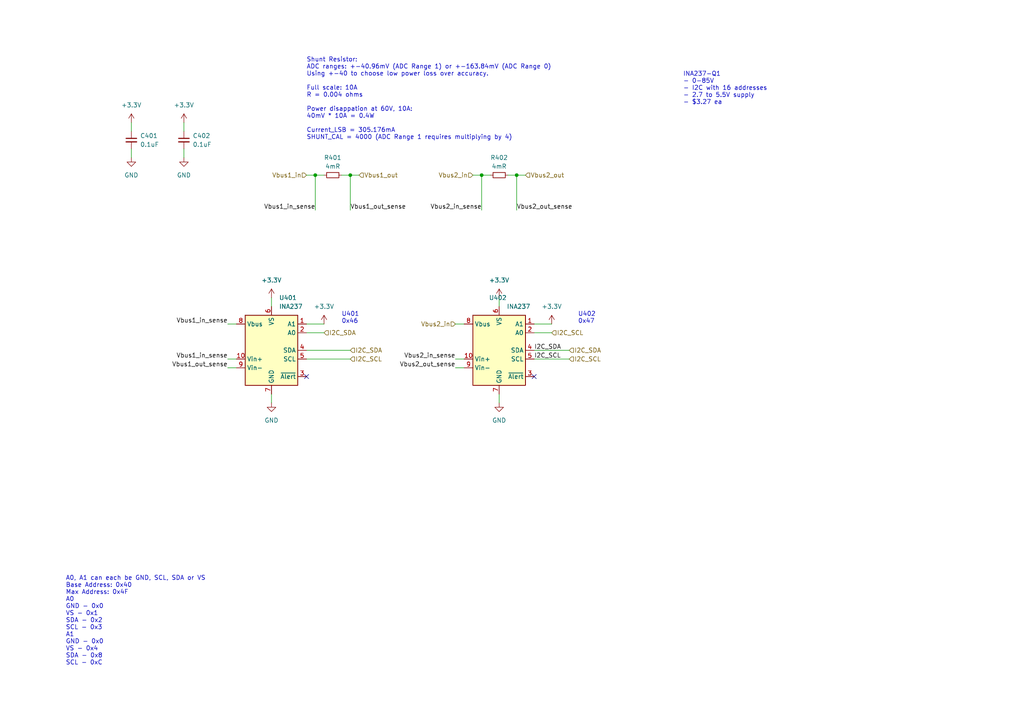
<source format=kicad_sch>
(kicad_sch (version 20231120) (generator "eeschema") (generator_version "8.0")
  (paper "A4")
  (lib_symbols
    (symbol "BVH_Power:INA237"
      (property "Reference" "U" (at -6.35 11.43 0))
      (property "Value" "INA237" (at 3.81 11.43 0))
      (symbol "INA237_0_1"
        (rectangle (start 7.62 10.16) (end -7.62 -10.16) (stroke (width 0.254)) (fill (type background)))
      )
      (symbol "INA237_1_1"
        (pin input line (at 10.16 7.62 180) (length 2.54) (name "A1") (number "1"))
        (pin input line (at -10.16 -2.54 0) (length 2.54) (name "Vin+") (number "10"))
        (pin input line (at 10.16 5.08 180) (length 2.54) (name "A0") (number "2"))
        (pin open_collector line (at 10.16 -7.62 180) (length 2.54) (name "~{Alert}") (number "3"))
        (pin bidirectional line (at 10.16 0 180) (length 2.54) (name "SDA") (number "4"))
        (pin input line (at 10.16 -2.54 180) (length 2.54) (name "SCL") (number "5"))
        (pin power_in line (at 0 12.7 270) (length 2.54) (name "VS") (number "6"))
        (pin power_in line (at 0 -12.7 90) (length 2.54) (name "GND") (number "7"))
        (pin input line (at -10.16 7.62 0) (length 2.54) (name "Vbus") (number "8"))
        (pin input line (at -10.16 -5.08 0) (length 2.54) (name "Vin-") (number "9"))
      )
    )
    (symbol "Device:C_Small" (pin_numbers hide) (pin_names (offset 0.254) hide)
      (property "Reference" "C" (at 0.254 1.778 0))
      (property "Value" "C_Small" (at 0.254 -2.032 0))
      (symbol "C_Small_0_1"
        (polyline (pts (xy -1.524 -0.508) (xy 1.524 -0.508)) (stroke (width 0.3302)))
        (polyline (pts (xy -1.524 0.508) (xy 1.524 0.508)) (stroke (width 0.3048)))
      )
      (symbol "C_Small_1_1"
        (pin passive line (at 0 2.54 270) (length 2.032) (name "~") (number "1"))
        (pin passive line (at 0 -2.54 90) (length 2.032) (name "~") (number "2"))
      )
    )
    (symbol "Device:R_Small" (pin_numbers hide) (pin_names (offset 0.254) hide)
      (property "Reference" "R" (at 0.762 0.508 0))
      (property "Value" "R_Small" (at 0.762 -1.016 0))
      (symbol "R_Small_0_1"
        (rectangle (start -0.762 1.778) (end 0.762 -1.778) (stroke (width 0.2032)))
      )
      (symbol "R_Small_1_1"
        (pin passive line (at 0 2.54 270) (length 0.762) (name "~") (number "1"))
        (pin passive line (at 0 -2.54 90) (length 0.762) (name "~") (number "2"))
      )
    )
    (symbol "power:+3.3V" (power) (pin_names (offset 0))
      (property "Value" "+3.3V" (at 0 3.556 0))
      (symbol "+3.3V_0_1"
        (polyline (pts (xy -0.762 1.27) (xy 0 2.54)))
        (polyline (pts (xy 0 0) (xy 0 2.54)))
        (polyline (pts (xy 0 2.54) (xy 0.762 1.27)))
      )
      (symbol "+3.3V_1_1"
        (pin power_in line (at 0 0 90) (length 0) hide (name "+3.3V") (number "1"))
      )
    )
    (symbol "power:GND" (power) (pin_names (offset 0))
      (property "Value" "GND" (at 0 -3.81 0))
      (symbol "GND_0_1"
        (polyline (pts (xy 0 0) (xy 0 -1.27) (xy 1.27 -1.27) (xy 0 -2.54) (xy -1.27 -1.27) (xy 0 -1.27)))
      )
      (symbol "GND_1_1"
        (pin power_in line (at 0 0 270) (length 0) hide (name "GND") (number "1"))
      )
    )
  )
  (junction (at 101.6 50.8))
  (junction (at 91.44 50.8))
  (junction (at 139.7 50.8))
  (junction (at 149.86 50.8))
  (no_connect (at 88.9 109.22))
  (no_connect (at 154.94 109.22))
  (wire (pts (xy 139.7 50.8) (xy 142.24 50.8)))
  (wire (pts (xy 154.94 101.6) (xy 165.1 101.6)))
  (wire (pts (xy 88.9 101.6) (xy 101.6 101.6)))
  (wire (pts (xy 88.9 93.98) (xy 93.98 93.98)))
  (wire (pts (xy 38.1 35.56) (xy 38.1 38.1)))
  (wire (pts (xy 144.78 114.3) (xy 144.78 116.84)))
  (wire (pts (xy 137.16 50.8) (xy 139.7 50.8)))
  (wire (pts (xy 154.94 93.98) (xy 160.02 93.98)))
  (wire (pts (xy 101.6 50.8) (xy 104.14 50.8)))
  (wire (pts (xy 101.6 50.8) (xy 101.6 60.96)))
  (wire (pts (xy 139.7 50.8) (xy 139.7 60.96)))
  (wire (pts (xy 66.04 104.14) (xy 68.58 104.14)))
  (wire (pts (xy 78.74 114.3) (xy 78.74 116.84)))
  (wire (pts (xy 91.44 50.8) (xy 93.98 50.8)))
  (wire (pts (xy 149.86 50.8) (xy 152.4 50.8)))
  (wire (pts (xy 78.74 86.36) (xy 78.74 88.9)))
  (wire (pts (xy 149.86 50.8) (xy 149.86 60.96)))
  (wire (pts (xy 147.32 50.8) (xy 149.86 50.8)))
  (wire (pts (xy 66.04 93.98) (xy 68.58 93.98)))
  (wire (pts (xy 53.34 35.56) (xy 53.34 38.1)))
  (wire (pts (xy 154.94 96.52) (xy 160.02 96.52)))
  (wire (pts (xy 88.9 96.52) (xy 93.98 96.52)))
  (wire (pts (xy 132.08 93.98) (xy 134.62 93.98)))
  (wire (pts (xy 132.08 106.68) (xy 134.62 106.68)))
  (wire (pts (xy 88.9 50.8) (xy 91.44 50.8)))
  (wire (pts (xy 154.94 104.14) (xy 165.1 104.14)))
  (wire (pts (xy 53.34 43.18) (xy 53.34 45.72)))
  (wire (pts (xy 99.06 50.8) (xy 101.6 50.8)))
  (wire (pts (xy 132.08 104.14) (xy 134.62 104.14)))
  (wire (pts (xy 91.44 50.8) (xy 91.44 60.96)))
  (wire (pts (xy 66.04 106.68) (xy 68.58 106.68)))
  (wire (pts (xy 38.1 43.18) (xy 38.1 45.72)))
  (wire (pts (xy 88.9 104.14) (xy 101.6 104.14)))
  (wire (pts (xy 144.78 86.36) (xy 144.78 88.9)))
  (text "INA237-Q1\n- 0-85V\n- I2C with 16 addresses\n- 2.7 to 5.5V supply\n- $3.27 ea" (at 198.12 30.48 0) (effects (font (size 1.27 1.27)) (justify left bottom)))
  (text "U402\n0x47" (at 167.64 93.98 0) (effects (font (size 1.27 1.27)) (justify left bottom)))
  (text "Shunt Resistor:\nADC ranges: +-40.96mV (ADC Range 1) or +-163.84mV (ADC Range 0)\nUsing +-40 to choose low power loss over accuracy.\n\nFull scale: 10A\nR = 0.004 ohms\n\nPower disappation at 60V, 10A:\n40mV * 10A = 0.4W\n\nCurrent_LSB = 305.176mA\nSHUNT_CAL = 4000 (ADC Range 1 requires multiplying by 4)" (at 88.9 40.64 0) (effects (font (size 1.27 1.27)) (justify left bottom)))
  (text "U401\n0x46" (at 99.06 93.98 0) (effects (font (size 1.27 1.27)) (justify left bottom)))
  (text "A0, A1 can each be GND, SCL, SDA or VS\nBase Address: 0x40\nMax Address: 0x4F\nA0\nGND - 0x0\nVS - 0x1\nSDA - 0x2\nSCL - 0x3\nA1\nGND - 0x0\nVS - 0x4\nSDA - 0x8\nSCL - 0xC" (at 19.05 193.04 0) (effects (font (size 1.27 1.27)) (justify left bottom)))
  (label "Vbus2_in_sense" (at 132.08 104.14 180))
  (label "I2C_SDA" (at 154.94 101.6 0))
  (label "Vbus2_out_sense" (at 149.86 60.96 0))
  (label "Vbus1_in_sense" (at 66.04 93.98 180))
  (label "Vbus1_out_sense" (at 66.04 106.68 180))
  (label "Vbus1_out_sense" (at 101.6 60.96 0))
  (label "Vbus1_in_sense" (at 91.44 60.96 180))
  (label "Vbus1_in_sense" (at 66.04 104.14 180))
  (label "Vbus2_out_sense" (at 132.08 106.68 180))
  (label "Vbus2_in_sense" (at 139.7 60.96 180))
  (label "I2C_SCL" (at 154.94 104.14 0))
  (hierarchical_label "I2C_SDA" (shape input) (at 93.98 96.52 0))
  (hierarchical_label "I2C_SDA" (shape input) (at 101.6 101.6 0))
  (hierarchical_label "Vbus2_in" (shape input) (at 132.08 93.98 180))
  (hierarchical_label "Vbus1_out" (shape input) (at 104.14 50.8 0))
  (hierarchical_label "Vbus2_out" (shape input) (at 152.4 50.8 0))
  (hierarchical_label "Vbus2_in" (shape input) (at 137.16 50.8 180))
  (hierarchical_label "Vbus1_in" (shape input) (at 88.9 50.8 180))
  (hierarchical_label "I2C_SCL" (shape input) (at 160.02 96.52 0))
  (hierarchical_label "I2C_SDA" (shape input) (at 165.1 101.6 0))
  (hierarchical_label "I2C_SCL" (shape input) (at 165.1 104.14 0))
  (hierarchical_label "I2C_SCL" (shape input) (at 101.6 104.14 0))
  (symbol (lib_id "power:+3.3V") (at 160.02 93.98 0) (unit 1)
    (property "Reference" "#PWR0407" (effects (hide yes)))
    (property "Value" "+3.3V" (at 160.02 88.9 0))
  )
  (symbol (lib_id "power:GND") (at 38.1 45.72 0) (unit 1)
    (property "Reference" "#PWR0403" (effects (hide yes)))
    (property "Value" "GND" (at 38.1 50.8 0))
  )
  (symbol (lib_id "power:GND") (at 78.74 116.84 0) (unit 1)
    (property "Reference" "#PWR0413" (effects (hide yes)))
    (property "Value" "GND" (at 78.74 121.92 0))
  )
  (symbol (lib_id "power:+3.3V") (at 144.78 86.36 0) (unit 1)
    (property "Reference" "#PWR0406" (effects (hide yes)))
    (property "Value" "+3.3V" (at 144.78 81.28 0))
  )
  (symbol (lib_id "BVH_Power:INA237") (at 78.74 101.6 0) (unit 1)
    (property "Reference" "U401" (at 80.9341 86.36 0) (effects (justify left)))
    (property "Value" "INA237" (at 80.9341 88.9 0) (effects (justify left)))
    (property "Footprint" "Package_SO:VSSOP-10_3x3mm_P0.5mm" (effects (hide yes)))
    (property "Datasheet" "https://www.ti.com/lit/ds/symlink/ina237.pdf" (effects (hide yes)))
  )
  (symbol (lib_id "power:+3.3V") (at 53.34 35.56 0) (unit 1)
    (property "Reference" "#PWR0402" (effects (hide yes)))
    (property "Value" "+3.3V" (at 53.34 30.48 0))
  )
  (symbol (lib_id "Device:C_Small") (at 53.34 40.64 0) (unit 1)
    (property "Reference" "C402" (at 55.88 39.3763 0) (effects (justify left)))
    (property "Value" "0.1uF" (at 55.88 41.9163 0) (effects (justify left)))
    (property "Footprint" "Capacitor_SMD:C_0603_1608Metric" (effects (hide yes)))
  )
  (symbol (lib_id "Device:R_Small") (at 96.52 50.8 90) (unit 1)
    (property "Reference" "R401" (at 96.52 45.72 90))
    (property "Value" "4mR" (at 96.52 48.26 90))
    (property "Footprint" "Resistor_SMD:R_2512_6332Metric" (effects (hide yes)))
  )
  (symbol (lib_id "Device:R_Small") (at 144.78 50.8 90) (unit 1)
    (property "Reference" "R402" (at 144.78 45.72 90))
    (property "Value" "4mR" (at 144.78 48.26 90))
    (property "Footprint" "Resistor_SMD:R_2512_6332Metric" (effects (hide yes)))
  )
  (symbol (lib_id "BVH_Power:INA237") (at 144.78 101.6 0) (unit 1)
    (property "Reference" "U402" (at 146.9741 86.36 0) (effects (justify right)))
    (property "Value" "INA237" (at 146.9741 88.9 0) (effects (justify left)))
    (property "Footprint" "Package_SO:VSSOP-10_3x3mm_P0.5mm" (effects (hide yes)))
    (property "Datasheet" "https://www.ti.com/lit/ds/symlink/ina237.pdf" (effects (hide yes)))
  )
  (symbol (lib_id "power:GND") (at 53.34 45.72 0) (unit 1)
    (property "Reference" "#PWR0404" (effects (hide yes)))
    (property "Value" "GND" (at 53.34 50.8 0))
  )
  (symbol (lib_id "power:+3.3V") (at 38.1 35.56 0) (unit 1)
    (property "Reference" "#PWR0401" (effects (hide yes)))
    (property "Value" "+3.3V" (at 38.1 30.48 0))
  )
  (symbol (lib_id "Device:C_Small") (at 38.1 40.64 0) (unit 1)
    (property "Reference" "C401" (at 40.64 39.3763 0) (effects (justify left)))
    (property "Value" "0.1uF" (at 40.64 41.9163 0) (effects (justify left)))
    (property "Footprint" "Capacitor_SMD:C_0603_1608Metric" (effects (hide yes)))
  )
  (symbol (lib_id "power:+3.3V") (at 78.74 86.36 0) (unit 1)
    (property "Reference" "#PWR0405" (effects (hide yes)))
    (property "Value" "+3.3V" (at 78.74 81.28 0))
  )
  (symbol (lib_id "power:GND") (at 144.78 116.84 0) (unit 1)
    (property "Reference" "#PWR0414" (effects (hide yes)))
    (property "Value" "GND" (at 144.78 121.92 0))
  )
  (symbol (lib_id "power:+3.3V") (at 93.98 93.98 0) (unit 1)
    (property "Reference" "#PWR0415" (effects (hide yes)))
    (property "Value" "+3.3V" (at 93.98 88.9 0))
  )
)
</source>
